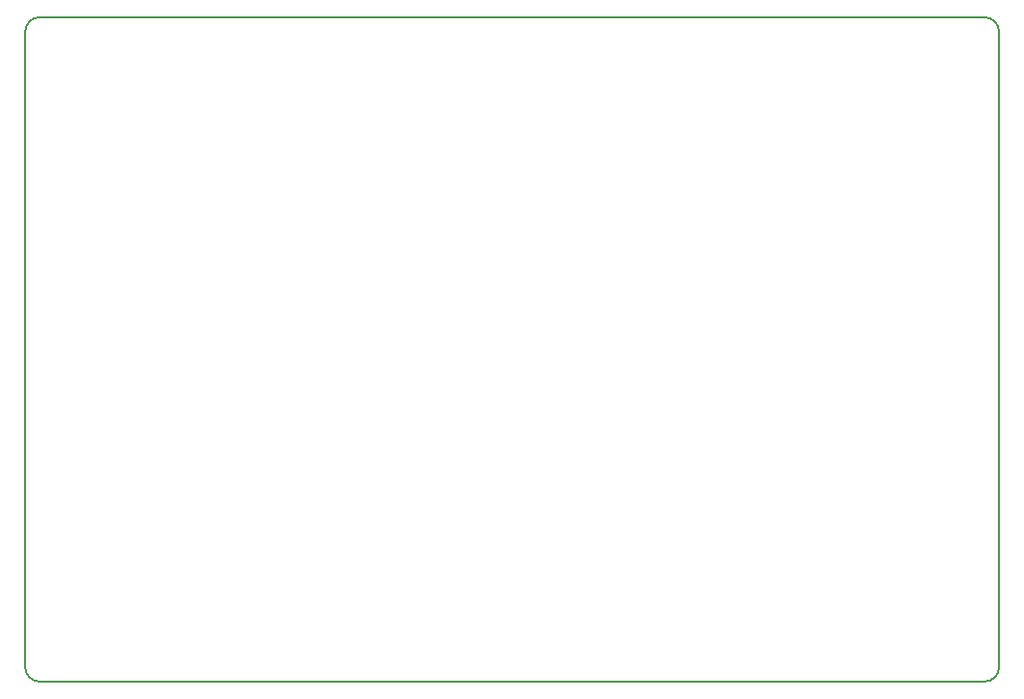
<source format=gko>
G04 DipTrace 3.0.0.2*
G04 TeensyArbotixProRPIT3.6.gko*
%MOIN*%
G04 #@! TF.FileFunction,Profile*
G04 #@! TF.Part,Single*
%ADD11C,0.005512*%
%FSLAX26Y26*%
G04*
G70*
G90*
G75*
G01*
G04 BoardOutline*
%LPD*%
X443701Y393701D2*
D11*
X3713701D1*
G03X3763701Y443701I1J49999D01*
G01*
Y2643701D1*
G03X3713701Y2693701I-49999J1D01*
G01*
X443701D1*
G03X393701Y2643701I-1J-49999D01*
G01*
Y443701D1*
G03X443701Y393701I49999J-1D01*
G01*
M02*

</source>
